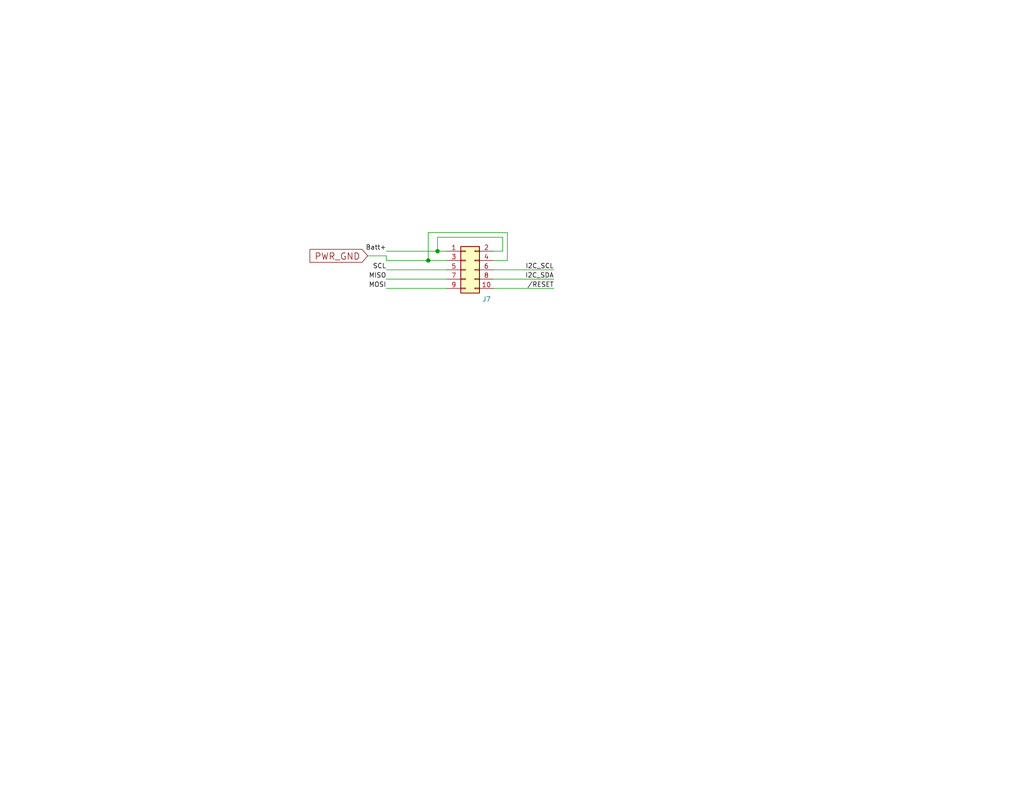
<source format=kicad_sch>
(kicad_sch (version 20210621) (generator eeschema)
  (paper "A")
  (title_block (title "ConnectBox HAT using RPi CM4") (date "2021-10-08") (rev "1.6.0") (comment 1 "JRA"))
  (lib_symbols
    (symbol "Connector_Generic:Conn_02x05_Odd_Even" (pin_names (offset 1.016) hide)
      (property "Reference" "J" (at 1.27 7.62 0))
      (property "Value" "Conn_02x05_Odd_Even" (at 1.27 -7.62 0))
      (symbol "Conn_02x05_Odd_Even_1_1"
        (rectangle (start -1.27 -4.953) (end 0 -5.207) (stroke (width 0.1524)))
        (rectangle (start -1.27 -2.413) (end 0 -2.667) (stroke (width 0.1524)))
        (rectangle (start -1.27 0.127) (end 0 -0.127) (stroke (width 0.1524)))
        (rectangle (start -1.27 2.667) (end 0 2.413) (stroke (width 0.1524)))
        (rectangle (start -1.27 5.207) (end 0 4.953) (stroke (width 0.1524)))
        (rectangle (start 3.81 -4.953) (end 2.54 -5.207) (stroke (width 0.1524)))
        (rectangle (start 3.81 -2.413) (end 2.54 -2.667) (stroke (width 0.1524)))
        (rectangle (start 3.81 0.127) (end 2.54 -0.127) (stroke (width 0.1524)))
        (rectangle (start 3.81 2.667) (end 2.54 2.413) (stroke (width 0.1524)))
        (rectangle (start 3.81 5.207) (end 2.54 4.953) (stroke (width 0.1524)))
        (rectangle (start -1.27 6.35) (end 3.81 -6.35) (stroke (width 0.254)) (fill (type background)))
        (pin passive line (at -5.08 5.08 0) (length 3.81) (name "Pin_1") (number "1"))
        (pin passive line (at 7.62 -5.08 180) (length 3.81) (name "Pin_10") (number "10"))
        (pin passive line (at 7.62 5.08 180) (length 3.81) (name "Pin_2") (number "2"))
        (pin passive line (at -5.08 2.54 0) (length 3.81) (name "Pin_3") (number "3"))
        (pin passive line (at 7.62 2.54 180) (length 3.81) (name "Pin_4") (number "4"))
        (pin passive line (at -5.08 0 0) (length 3.81) (name "Pin_5") (number "5"))
        (pin passive line (at 7.62 0 180) (length 3.81) (name "Pin_6") (number "6"))
        (pin passive line (at -5.08 -2.54 0) (length 3.81) (name "Pin_7") (number "7"))
        (pin passive line (at 7.62 -2.54 180) (length 3.81) (name "Pin_8") (number "8"))
        (pin passive line (at -5.08 -5.08 0) (length 3.81) (name "Pin_9") (number "9"))
      )
    )
  )
  (junction (at 116.84 71.12) (diameter 1.016))
  (junction (at 119.38 68.58) (diameter 1.016))
  (wire (pts (xy 100.33 69.85) (xy 105.41 69.85)))
  (wire (pts (xy 105.41 68.58) (xy 119.38 68.58)))
  (wire (pts (xy 105.41 69.85) (xy 105.41 71.12)))
  (wire (pts (xy 105.41 71.12) (xy 116.84 71.12)))
  (wire (pts (xy 105.41 73.66) (xy 121.92 73.66)))
  (wire (pts (xy 105.41 76.2) (xy 121.92 76.2)))
  (wire (pts (xy 105.41 78.74) (xy 121.92 78.74)))
  (wire (pts (xy 116.84 63.5) (xy 138.43 63.5)))
  (wire (pts (xy 116.84 71.12) (xy 116.84 63.5)))
  (wire (pts (xy 116.84 71.12) (xy 121.92 71.12)))
  (wire (pts (xy 119.38 64.77) (xy 137.16 64.77)))
  (wire (pts (xy 119.38 68.58) (xy 119.38 64.77)))
  (wire (pts (xy 119.38 68.58) (xy 121.92 68.58)))
  (wire (pts (xy 134.62 73.66) (xy 151.13 73.66)))
  (wire (pts (xy 134.62 76.2) (xy 151.13 76.2)))
  (wire (pts (xy 134.62 78.74) (xy 151.13 78.74)))
  (wire (pts (xy 137.16 64.77) (xy 137.16 68.58)))
  (wire (pts (xy 137.16 68.58) (xy 134.62 68.58)))
  (wire (pts (xy 138.43 63.5) (xy 138.43 71.12)))
  (wire (pts (xy 138.43 71.12) (xy 134.62 71.12)))
  (label "Batt+" (at 105.41 68.58 180))
  (label "SCL" (at 105.41 73.66 180))
  (label "MISO" (at 105.41 76.2 180))
  (label "MOSI" (at 105.41 78.74 180))
  (label "I2C_SCL" (at 151.13 73.66 180))
  (label "I2C_SDA" (at 151.13 76.2 180))
  (label "{slash}RESET" (at 151.13 78.74 180))
  (global_label "PWR_GND" (shape input) (at 100.33 69.85 180) (effects (font (size 1.778 1.778))) (property "Intersheet References" "${INTERSHEET_REFS}" (effects hide)))
  (symbol (lib_id "Connector_Generic:Conn_02x05_Odd_Even") (at 127 73.66 0) (unit 1)
    (property "Reference" "J7" (at 131.5721 81.6685 0) (effects (justify left)))
    (property "Value" "Conn_02x05_Odd_Even" (effects hide))
    (property "Footprint" "Connector_PinHeader_2.54mm:PinHeader_2x05_P2.54mm_Vertical" (effects hide))
    (property "Manufacturer" "Sullins" (effects hide))
    (property "Manufacturer P/N" "NPPN052AFCN-RC" (effects hide))
    (property "Description" "10 Position Header Connector 0.079\" (2.00mm) Through Hole Gold" (effects hide))
    (property "DigiKey P/N" "S5750-05-ND" (effects hide))
    (property "Type" "Thru Hole" (effects hide))
  )
)
</source>
